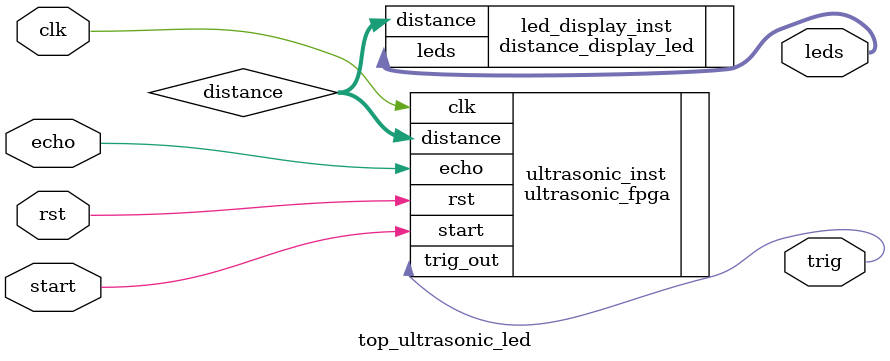
<source format=v>
module top_ultrasonic_led (
    input wire clk,
    input wire rst,
    input wire start,       // bouton ou signal de départ
    input wire echo,        // signal du capteur
    output wire trig,       // vers le capteur
    output wire [5:0] leds  // sorties LED
);

    wire [8:0] distance;

    // Module de mesure de distance
    ultrasonic_fpga ultrasonic_inst (
        .clk(clk),
        .rst(rst),
        .start(start),
        .echo(echo),
        .trig_out(trig),
        .distance(distance)
    );

    // Module d'affichage leds
    distance_display_led led_display_inst (
        .distance(distance),
        .leds(leds)
    );
    
endmodule
</source>
